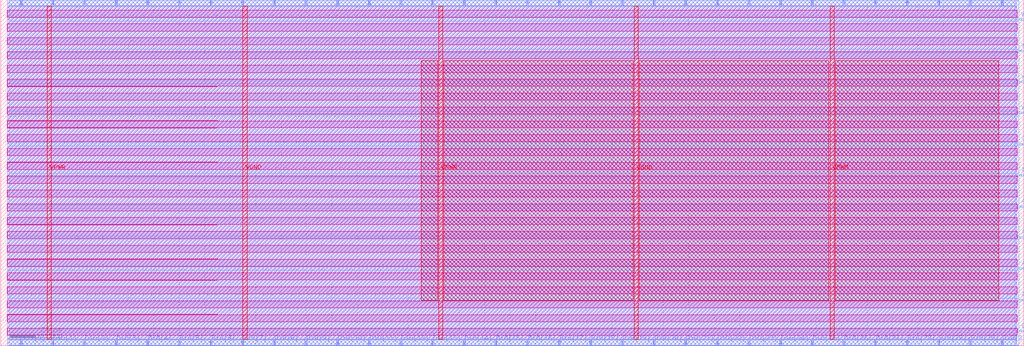
<source format=lef>
VERSION 5.7 ;
  NOWIREEXTENSIONATPIN ON ;
  DIVIDERCHAR "/" ;
  BUSBITCHARS "[]" ;
MACRO RAM32
  CLASS BLOCK ;
  FOREIGN RAM32 ;
  ORIGIN 0.000 0.000 ;
  SIZE 401.580 BY 136.000 ;
  PIN A0[0]
    DIRECTION INPUT ;
    USE SIGNAL ;
    ANTENNAGATEAREA 0.213000 ;
    PORT
      LAYER met3 ;
        RECT 399.580 17.720 401.580 18.320 ;
    END
  END A0[0]
  PIN A0[1]
    DIRECTION INPUT ;
    USE SIGNAL ;
    ANTENNAGATEAREA 0.213000 ;
    PORT
      LAYER met3 ;
        RECT 399.580 29.960 401.580 30.560 ;
    END
  END A0[1]
  PIN A0[2]
    DIRECTION INPUT ;
    USE SIGNAL ;
    ANTENNAGATEAREA 0.213000 ;
    PORT
      LAYER met3 ;
        RECT 399.580 42.200 401.580 42.800 ;
    END
  END A0[2]
  PIN A0[3]
    DIRECTION INPUT ;
    USE SIGNAL ;
    ANTENNAGATEAREA 0.213000 ;
    PORT
      LAYER met3 ;
        RECT 399.580 54.440 401.580 55.040 ;
    END
  END A0[3]
  PIN A0[4]
    DIRECTION INPUT ;
    USE SIGNAL ;
    ANTENNAGATEAREA 0.213000 ;
    PORT
      LAYER met3 ;
        RECT 399.580 66.680 401.580 67.280 ;
    END
  END A0[4]
  PIN CLK
    DIRECTION INPUT ;
    USE SIGNAL ;
    ANTENNAGATEAREA 0.426000 ;
    ANTENNADIFFAREA 0.869400 ;
    PORT
      LAYER met3 ;
        RECT 399.580 78.920 401.580 79.520 ;
    END
  END CLK
  PIN Di0[0]
    DIRECTION INPUT ;
    USE SIGNAL ;
    ANTENNAGATEAREA 0.852000 ;
    PORT
      LAYER met2 ;
        RECT 7.910 0.000 8.190 2.000 ;
    END
  END Di0[0]
  PIN Di0[10]
    DIRECTION INPUT ;
    USE SIGNAL ;
    ANTENNAGATEAREA 0.852000 ;
    PORT
      LAYER met2 ;
        RECT 132.110 0.000 132.390 2.000 ;
    END
  END Di0[10]
  PIN Di0[11]
    DIRECTION INPUT ;
    USE SIGNAL ;
    ANTENNAGATEAREA 0.852000 ;
    PORT
      LAYER met2 ;
        RECT 144.530 0.000 144.810 2.000 ;
    END
  END Di0[11]
  PIN Di0[12]
    DIRECTION INPUT ;
    USE SIGNAL ;
    ANTENNAGATEAREA 0.852000 ;
    PORT
      LAYER met2 ;
        RECT 156.950 0.000 157.230 2.000 ;
    END
  END Di0[12]
  PIN Di0[13]
    DIRECTION INPUT ;
    USE SIGNAL ;
    ANTENNAGATEAREA 0.852000 ;
    PORT
      LAYER met2 ;
        RECT 169.370 0.000 169.650 2.000 ;
    END
  END Di0[13]
  PIN Di0[14]
    DIRECTION INPUT ;
    USE SIGNAL ;
    ANTENNAGATEAREA 0.852000 ;
    PORT
      LAYER met2 ;
        RECT 181.790 0.000 182.070 2.000 ;
    END
  END Di0[14]
  PIN Di0[15]
    DIRECTION INPUT ;
    USE SIGNAL ;
    ANTENNAGATEAREA 0.852000 ;
    PORT
      LAYER met2 ;
        RECT 194.210 0.000 194.490 2.000 ;
    END
  END Di0[15]
  PIN Di0[16]
    DIRECTION INPUT ;
    USE SIGNAL ;
    ANTENNAGATEAREA 0.852000 ;
    PORT
      LAYER met2 ;
        RECT 206.630 0.000 206.910 2.000 ;
    END
  END Di0[16]
  PIN Di0[17]
    DIRECTION INPUT ;
    USE SIGNAL ;
    ANTENNAGATEAREA 0.852000 ;
    PORT
      LAYER met2 ;
        RECT 219.050 0.000 219.330 2.000 ;
    END
  END Di0[17]
  PIN Di0[18]
    DIRECTION INPUT ;
    USE SIGNAL ;
    ANTENNAGATEAREA 0.852000 ;
    PORT
      LAYER met2 ;
        RECT 231.470 0.000 231.750 2.000 ;
    END
  END Di0[18]
  PIN Di0[19]
    DIRECTION INPUT ;
    USE SIGNAL ;
    ANTENNAGATEAREA 0.852000 ;
    PORT
      LAYER met2 ;
        RECT 243.890 0.000 244.170 2.000 ;
    END
  END Di0[19]
  PIN Di0[1]
    DIRECTION INPUT ;
    USE SIGNAL ;
    ANTENNAGATEAREA 0.852000 ;
    PORT
      LAYER met2 ;
        RECT 20.330 0.000 20.610 2.000 ;
    END
  END Di0[1]
  PIN Di0[20]
    DIRECTION INPUT ;
    USE SIGNAL ;
    ANTENNAGATEAREA 0.852000 ;
    PORT
      LAYER met2 ;
        RECT 256.310 0.000 256.590 2.000 ;
    END
  END Di0[20]
  PIN Di0[21]
    DIRECTION INPUT ;
    USE SIGNAL ;
    ANTENNAGATEAREA 0.852000 ;
    PORT
      LAYER met2 ;
        RECT 268.730 0.000 269.010 2.000 ;
    END
  END Di0[21]
  PIN Di0[22]
    DIRECTION INPUT ;
    USE SIGNAL ;
    ANTENNAGATEAREA 0.852000 ;
    PORT
      LAYER met2 ;
        RECT 281.150 0.000 281.430 2.000 ;
    END
  END Di0[22]
  PIN Di0[23]
    DIRECTION INPUT ;
    USE SIGNAL ;
    ANTENNAGATEAREA 0.852000 ;
    PORT
      LAYER met2 ;
        RECT 293.570 0.000 293.850 2.000 ;
    END
  END Di0[23]
  PIN Di0[24]
    DIRECTION INPUT ;
    USE SIGNAL ;
    ANTENNAGATEAREA 0.852000 ;
    PORT
      LAYER met2 ;
        RECT 305.990 0.000 306.270 2.000 ;
    END
  END Di0[24]
  PIN Di0[25]
    DIRECTION INPUT ;
    USE SIGNAL ;
    ANTENNAGATEAREA 0.852000 ;
    PORT
      LAYER met2 ;
        RECT 318.410 0.000 318.690 2.000 ;
    END
  END Di0[25]
  PIN Di0[26]
    DIRECTION INPUT ;
    USE SIGNAL ;
    ANTENNAGATEAREA 0.852000 ;
    PORT
      LAYER met2 ;
        RECT 330.830 0.000 331.110 2.000 ;
    END
  END Di0[26]
  PIN Di0[27]
    DIRECTION INPUT ;
    USE SIGNAL ;
    ANTENNAGATEAREA 0.852000 ;
    PORT
      LAYER met2 ;
        RECT 343.250 0.000 343.530 2.000 ;
    END
  END Di0[27]
  PIN Di0[28]
    DIRECTION INPUT ;
    USE SIGNAL ;
    ANTENNAGATEAREA 0.852000 ;
    PORT
      LAYER met2 ;
        RECT 355.670 0.000 355.950 2.000 ;
    END
  END Di0[28]
  PIN Di0[29]
    DIRECTION INPUT ;
    USE SIGNAL ;
    ANTENNAGATEAREA 0.852000 ;
    PORT
      LAYER met2 ;
        RECT 368.090 0.000 368.370 2.000 ;
    END
  END Di0[29]
  PIN Di0[2]
    DIRECTION INPUT ;
    USE SIGNAL ;
    ANTENNAGATEAREA 0.852000 ;
    PORT
      LAYER met2 ;
        RECT 32.750 0.000 33.030 2.000 ;
    END
  END Di0[2]
  PIN Di0[30]
    DIRECTION INPUT ;
    USE SIGNAL ;
    ANTENNAGATEAREA 0.852000 ;
    PORT
      LAYER met2 ;
        RECT 380.510 0.000 380.790 2.000 ;
    END
  END Di0[30]
  PIN Di0[31]
    DIRECTION INPUT ;
    USE SIGNAL ;
    ANTENNAGATEAREA 0.852000 ;
    PORT
      LAYER met2 ;
        RECT 392.930 0.000 393.210 2.000 ;
    END
  END Di0[31]
  PIN Di0[3]
    DIRECTION INPUT ;
    USE SIGNAL ;
    ANTENNAGATEAREA 0.852000 ;
    PORT
      LAYER met2 ;
        RECT 45.170 0.000 45.450 2.000 ;
    END
  END Di0[3]
  PIN Di0[4]
    DIRECTION INPUT ;
    USE SIGNAL ;
    ANTENNAGATEAREA 0.852000 ;
    PORT
      LAYER met2 ;
        RECT 57.590 0.000 57.870 2.000 ;
    END
  END Di0[4]
  PIN Di0[5]
    DIRECTION INPUT ;
    USE SIGNAL ;
    ANTENNAGATEAREA 0.852000 ;
    PORT
      LAYER met2 ;
        RECT 70.010 0.000 70.290 2.000 ;
    END
  END Di0[5]
  PIN Di0[6]
    DIRECTION INPUT ;
    USE SIGNAL ;
    ANTENNAGATEAREA 0.852000 ;
    PORT
      LAYER met2 ;
        RECT 82.430 0.000 82.710 2.000 ;
    END
  END Di0[6]
  PIN Di0[7]
    DIRECTION INPUT ;
    USE SIGNAL ;
    ANTENNAGATEAREA 0.852000 ;
    PORT
      LAYER met2 ;
        RECT 94.850 0.000 95.130 2.000 ;
    END
  END Di0[7]
  PIN Di0[8]
    DIRECTION INPUT ;
    USE SIGNAL ;
    ANTENNAGATEAREA 0.852000 ;
    PORT
      LAYER met2 ;
        RECT 107.270 0.000 107.550 2.000 ;
    END
  END Di0[8]
  PIN Di0[9]
    DIRECTION INPUT ;
    USE SIGNAL ;
    ANTENNAGATEAREA 0.852000 ;
    PORT
      LAYER met2 ;
        RECT 119.690 0.000 119.970 2.000 ;
    END
  END Di0[9]
  PIN Do0[0]
    DIRECTION OUTPUT TRISTATE ;
    USE SIGNAL ;
    ANTENNADIFFAREA 0.429000 ;
    PORT
      LAYER met2 ;
        RECT 7.910 134.000 8.190 136.000 ;
    END
  END Do0[0]
  PIN Do0[10]
    DIRECTION OUTPUT TRISTATE ;
    USE SIGNAL ;
    ANTENNADIFFAREA 0.429000 ;
    PORT
      LAYER met2 ;
        RECT 132.110 134.000 132.390 136.000 ;
    END
  END Do0[10]
  PIN Do0[11]
    DIRECTION OUTPUT TRISTATE ;
    USE SIGNAL ;
    ANTENNADIFFAREA 0.429000 ;
    PORT
      LAYER met2 ;
        RECT 144.530 134.000 144.810 136.000 ;
    END
  END Do0[11]
  PIN Do0[12]
    DIRECTION OUTPUT TRISTATE ;
    USE SIGNAL ;
    ANTENNADIFFAREA 0.429000 ;
    PORT
      LAYER met2 ;
        RECT 156.950 134.000 157.230 136.000 ;
    END
  END Do0[12]
  PIN Do0[13]
    DIRECTION OUTPUT TRISTATE ;
    USE SIGNAL ;
    ANTENNADIFFAREA 0.429000 ;
    PORT
      LAYER met2 ;
        RECT 169.370 134.000 169.650 136.000 ;
    END
  END Do0[13]
  PIN Do0[14]
    DIRECTION OUTPUT TRISTATE ;
    USE SIGNAL ;
    ANTENNADIFFAREA 0.429000 ;
    PORT
      LAYER met2 ;
        RECT 181.790 134.000 182.070 136.000 ;
    END
  END Do0[14]
  PIN Do0[15]
    DIRECTION OUTPUT TRISTATE ;
    USE SIGNAL ;
    ANTENNADIFFAREA 0.429000 ;
    PORT
      LAYER met2 ;
        RECT 194.210 134.000 194.490 136.000 ;
    END
  END Do0[15]
  PIN Do0[16]
    DIRECTION OUTPUT TRISTATE ;
    USE SIGNAL ;
    ANTENNADIFFAREA 0.429000 ;
    PORT
      LAYER met2 ;
        RECT 206.630 134.000 206.910 136.000 ;
    END
  END Do0[16]
  PIN Do0[17]
    DIRECTION OUTPUT TRISTATE ;
    USE SIGNAL ;
    ANTENNADIFFAREA 0.429000 ;
    PORT
      LAYER met2 ;
        RECT 219.050 134.000 219.330 136.000 ;
    END
  END Do0[17]
  PIN Do0[18]
    DIRECTION OUTPUT TRISTATE ;
    USE SIGNAL ;
    ANTENNADIFFAREA 0.429000 ;
    PORT
      LAYER met2 ;
        RECT 231.470 134.000 231.750 136.000 ;
    END
  END Do0[18]
  PIN Do0[19]
    DIRECTION OUTPUT TRISTATE ;
    USE SIGNAL ;
    ANTENNADIFFAREA 0.429000 ;
    PORT
      LAYER met2 ;
        RECT 243.890 134.000 244.170 136.000 ;
    END
  END Do0[19]
  PIN Do0[1]
    DIRECTION OUTPUT TRISTATE ;
    USE SIGNAL ;
    ANTENNADIFFAREA 0.429000 ;
    PORT
      LAYER met2 ;
        RECT 20.330 134.000 20.610 136.000 ;
    END
  END Do0[1]
  PIN Do0[20]
    DIRECTION OUTPUT TRISTATE ;
    USE SIGNAL ;
    ANTENNADIFFAREA 0.429000 ;
    PORT
      LAYER met2 ;
        RECT 256.310 134.000 256.590 136.000 ;
    END
  END Do0[20]
  PIN Do0[21]
    DIRECTION OUTPUT TRISTATE ;
    USE SIGNAL ;
    ANTENNADIFFAREA 0.429000 ;
    PORT
      LAYER met2 ;
        RECT 268.730 134.000 269.010 136.000 ;
    END
  END Do0[21]
  PIN Do0[22]
    DIRECTION OUTPUT TRISTATE ;
    USE SIGNAL ;
    ANTENNADIFFAREA 0.429000 ;
    PORT
      LAYER met2 ;
        RECT 281.150 134.000 281.430 136.000 ;
    END
  END Do0[22]
  PIN Do0[23]
    DIRECTION OUTPUT TRISTATE ;
    USE SIGNAL ;
    ANTENNADIFFAREA 0.429000 ;
    PORT
      LAYER met2 ;
        RECT 293.570 134.000 293.850 136.000 ;
    END
  END Do0[23]
  PIN Do0[24]
    DIRECTION OUTPUT TRISTATE ;
    USE SIGNAL ;
    ANTENNADIFFAREA 0.429000 ;
    PORT
      LAYER met2 ;
        RECT 305.990 134.000 306.270 136.000 ;
    END
  END Do0[24]
  PIN Do0[25]
    DIRECTION OUTPUT TRISTATE ;
    USE SIGNAL ;
    ANTENNADIFFAREA 0.429000 ;
    PORT
      LAYER met2 ;
        RECT 318.410 134.000 318.690 136.000 ;
    END
  END Do0[25]
  PIN Do0[26]
    DIRECTION OUTPUT TRISTATE ;
    USE SIGNAL ;
    ANTENNADIFFAREA 0.429000 ;
    PORT
      LAYER met2 ;
        RECT 330.830 134.000 331.110 136.000 ;
    END
  END Do0[26]
  PIN Do0[27]
    DIRECTION OUTPUT TRISTATE ;
    USE SIGNAL ;
    ANTENNADIFFAREA 0.429000 ;
    PORT
      LAYER met2 ;
        RECT 343.250 134.000 343.530 136.000 ;
    END
  END Do0[27]
  PIN Do0[28]
    DIRECTION OUTPUT TRISTATE ;
    USE SIGNAL ;
    ANTENNADIFFAREA 0.429000 ;
    PORT
      LAYER met2 ;
        RECT 355.670 134.000 355.950 136.000 ;
    END
  END Do0[28]
  PIN Do0[29]
    DIRECTION OUTPUT TRISTATE ;
    USE SIGNAL ;
    ANTENNADIFFAREA 0.429000 ;
    PORT
      LAYER met2 ;
        RECT 368.090 134.000 368.370 136.000 ;
    END
  END Do0[29]
  PIN Do0[2]
    DIRECTION OUTPUT TRISTATE ;
    USE SIGNAL ;
    ANTENNADIFFAREA 0.429000 ;
    PORT
      LAYER met2 ;
        RECT 32.750 134.000 33.030 136.000 ;
    END
  END Do0[2]
  PIN Do0[30]
    DIRECTION OUTPUT TRISTATE ;
    USE SIGNAL ;
    ANTENNADIFFAREA 0.429000 ;
    PORT
      LAYER met2 ;
        RECT 380.510 134.000 380.790 136.000 ;
    END
  END Do0[30]
  PIN Do0[31]
    DIRECTION OUTPUT TRISTATE ;
    USE SIGNAL ;
    ANTENNADIFFAREA 0.429000 ;
    PORT
      LAYER met2 ;
        RECT 392.930 134.000 393.210 136.000 ;
    END
  END Do0[31]
  PIN Do0[3]
    DIRECTION OUTPUT TRISTATE ;
    USE SIGNAL ;
    ANTENNADIFFAREA 0.429000 ;
    PORT
      LAYER met2 ;
        RECT 45.170 134.000 45.450 136.000 ;
    END
  END Do0[3]
  PIN Do0[4]
    DIRECTION OUTPUT TRISTATE ;
    USE SIGNAL ;
    ANTENNADIFFAREA 0.429000 ;
    PORT
      LAYER met2 ;
        RECT 57.590 134.000 57.870 136.000 ;
    END
  END Do0[4]
  PIN Do0[5]
    DIRECTION OUTPUT TRISTATE ;
    USE SIGNAL ;
    ANTENNADIFFAREA 0.429000 ;
    PORT
      LAYER met2 ;
        RECT 70.010 134.000 70.290 136.000 ;
    END
  END Do0[5]
  PIN Do0[6]
    DIRECTION OUTPUT TRISTATE ;
    USE SIGNAL ;
    ANTENNADIFFAREA 0.429000 ;
    PORT
      LAYER met2 ;
        RECT 82.430 134.000 82.710 136.000 ;
    END
  END Do0[6]
  PIN Do0[7]
    DIRECTION OUTPUT TRISTATE ;
    USE SIGNAL ;
    ANTENNADIFFAREA 0.429000 ;
    PORT
      LAYER met2 ;
        RECT 94.850 134.000 95.130 136.000 ;
    END
  END Do0[7]
  PIN Do0[8]
    DIRECTION OUTPUT TRISTATE ;
    USE SIGNAL ;
    ANTENNADIFFAREA 0.429000 ;
    PORT
      LAYER met2 ;
        RECT 107.270 134.000 107.550 136.000 ;
    END
  END Do0[8]
  PIN Do0[9]
    DIRECTION OUTPUT TRISTATE ;
    USE SIGNAL ;
    ANTENNADIFFAREA 0.429000 ;
    PORT
      LAYER met2 ;
        RECT 119.690 134.000 119.970 136.000 ;
    END
  END Do0[9]
  PIN EN0
    DIRECTION INPUT ;
    USE SIGNAL ;
    ANTENNAGATEAREA 0.213000 ;
    PORT
      LAYER met3 ;
        RECT 399.580 5.480 401.580 6.080 ;
    END
  END EN0
  PIN VGND
    DIRECTION INOUT ;
    USE GROUND ;
    PORT
      LAYER met4 ;
        RECT 95.080 2.480 96.680 133.520 ;
    END
    PORT
      LAYER met4 ;
        RECT 248.680 2.480 250.280 133.520 ;
    END
  END VGND
  PIN VPWR
    DIRECTION INOUT ;
    USE POWER ;
    PORT
      LAYER met4 ;
        RECT 18.280 2.480 19.880 133.520 ;
    END
    PORT
      LAYER met4 ;
        RECT 171.880 2.480 173.480 133.520 ;
    END
    PORT
      LAYER met4 ;
        RECT 325.480 2.480 327.080 133.520 ;
    END
  END VPWR
  PIN WE0[0]
    DIRECTION INPUT ;
    USE SIGNAL ;
    ANTENNAGATEAREA 0.213000 ;
    PORT
      LAYER met3 ;
        RECT 399.580 91.160 401.580 91.760 ;
    END
  END WE0[0]
  PIN WE0[1]
    DIRECTION INPUT ;
    USE SIGNAL ;
    ANTENNAGATEAREA 0.213000 ;
    PORT
      LAYER met3 ;
        RECT 399.580 103.400 401.580 104.000 ;
    END
  END WE0[1]
  PIN WE0[2]
    DIRECTION INPUT ;
    USE SIGNAL ;
    ANTENNAGATEAREA 0.213000 ;
    PORT
      LAYER met3 ;
        RECT 399.580 115.640 401.580 116.240 ;
    END
  END WE0[2]
  PIN WE0[3]
    DIRECTION INPUT ;
    USE SIGNAL ;
    ANTENNAGATEAREA 0.213000 ;
    PORT
      LAYER met3 ;
        RECT 399.580 127.880 401.580 128.480 ;
    END
  END WE0[3]
  OBS
      LAYER nwell ;
        RECT 2.570 129.145 399.010 131.975 ;
        RECT 2.570 123.705 399.010 126.535 ;
        RECT 2.570 118.265 399.010 121.095 ;
        RECT 2.570 112.825 399.010 115.655 ;
        RECT 2.570 107.435 399.010 110.215 ;
        RECT 2.570 107.385 84.715 107.435 ;
        RECT 2.570 104.725 85.175 104.775 ;
        RECT 2.570 101.995 399.010 104.725 ;
        RECT 2.570 101.945 84.715 101.995 ;
        RECT 2.570 99.285 85.175 99.335 ;
        RECT 2.570 96.555 399.010 99.285 ;
        RECT 2.570 96.505 84.715 96.555 ;
        RECT 2.570 93.845 85.175 93.895 ;
        RECT 2.570 91.115 399.010 93.845 ;
        RECT 2.570 91.065 84.715 91.115 ;
        RECT 2.570 88.405 85.175 88.455 ;
        RECT 2.570 85.675 399.010 88.405 ;
        RECT 2.570 85.625 84.715 85.675 ;
        RECT 2.570 82.965 85.175 83.015 ;
        RECT 2.570 80.235 399.010 82.965 ;
        RECT 2.570 80.185 84.715 80.235 ;
        RECT 2.570 77.525 85.175 77.575 ;
        RECT 2.570 74.795 399.010 77.525 ;
        RECT 2.570 74.745 84.715 74.795 ;
        RECT 2.570 72.085 85.175 72.135 ;
        RECT 2.570 69.355 399.010 72.085 ;
        RECT 2.570 69.305 84.715 69.355 ;
        RECT 2.570 66.645 85.175 66.695 ;
        RECT 2.570 63.865 399.010 66.645 ;
        RECT 2.570 58.425 399.010 61.255 ;
        RECT 2.570 52.985 399.010 55.815 ;
        RECT 2.570 47.595 399.010 50.375 ;
        RECT 2.570 47.545 84.715 47.595 ;
        RECT 2.570 44.885 85.175 44.935 ;
        RECT 2.570 42.155 399.010 44.885 ;
        RECT 2.570 42.105 84.715 42.155 ;
        RECT 2.570 39.445 85.175 39.495 ;
        RECT 2.570 36.715 399.010 39.445 ;
        RECT 2.570 36.665 84.715 36.715 ;
        RECT 2.570 34.005 85.175 34.055 ;
        RECT 2.570 31.275 399.010 34.005 ;
        RECT 2.570 31.225 84.715 31.275 ;
        RECT 2.570 28.565 85.175 28.615 ;
        RECT 2.570 25.835 399.010 28.565 ;
        RECT 2.570 25.785 84.715 25.835 ;
        RECT 2.570 23.125 85.175 23.175 ;
        RECT 2.570 20.395 399.010 23.125 ;
        RECT 2.570 20.345 84.715 20.395 ;
        RECT 2.570 17.685 85.175 17.735 ;
        RECT 2.570 14.955 399.010 17.685 ;
        RECT 2.570 14.905 84.715 14.955 ;
        RECT 2.570 12.245 85.175 12.295 ;
        RECT 2.570 9.515 399.010 12.245 ;
        RECT 2.570 9.465 84.715 9.515 ;
        RECT 2.570 6.805 85.175 6.855 ;
        RECT 2.570 4.025 399.010 6.805 ;
      LAYER li1 ;
        RECT 2.760 2.635 398.820 133.365 ;
      LAYER met1 ;
        RECT 2.760 0.040 398.820 135.960 ;
      LAYER met2 ;
        RECT 3.310 133.720 7.630 135.990 ;
        RECT 8.470 133.720 20.050 135.990 ;
        RECT 20.890 133.720 32.470 135.990 ;
        RECT 33.310 133.720 44.890 135.990 ;
        RECT 45.730 133.720 57.310 135.990 ;
        RECT 58.150 133.720 69.730 135.990 ;
        RECT 70.570 133.720 82.150 135.990 ;
        RECT 82.990 133.720 94.570 135.990 ;
        RECT 95.410 133.720 106.990 135.990 ;
        RECT 107.830 133.720 119.410 135.990 ;
        RECT 120.250 133.720 131.830 135.990 ;
        RECT 132.670 133.720 144.250 135.990 ;
        RECT 145.090 133.720 156.670 135.990 ;
        RECT 157.510 133.720 169.090 135.990 ;
        RECT 169.930 133.720 181.510 135.990 ;
        RECT 182.350 133.720 193.930 135.990 ;
        RECT 194.770 133.720 206.350 135.990 ;
        RECT 207.190 133.720 218.770 135.990 ;
        RECT 219.610 133.720 231.190 135.990 ;
        RECT 232.030 133.720 243.610 135.990 ;
        RECT 244.450 133.720 256.030 135.990 ;
        RECT 256.870 133.720 268.450 135.990 ;
        RECT 269.290 133.720 280.870 135.990 ;
        RECT 281.710 133.720 293.290 135.990 ;
        RECT 294.130 133.720 305.710 135.990 ;
        RECT 306.550 133.720 318.130 135.990 ;
        RECT 318.970 133.720 330.550 135.990 ;
        RECT 331.390 133.720 342.970 135.990 ;
        RECT 343.810 133.720 355.390 135.990 ;
        RECT 356.230 133.720 367.810 135.990 ;
        RECT 368.650 133.720 380.230 135.990 ;
        RECT 381.070 133.720 392.650 135.990 ;
        RECT 393.490 133.720 398.270 135.990 ;
        RECT 3.310 2.280 398.270 133.720 ;
        RECT 3.310 0.010 7.630 2.280 ;
        RECT 8.470 0.010 20.050 2.280 ;
        RECT 20.890 0.010 32.470 2.280 ;
        RECT 33.310 0.010 44.890 2.280 ;
        RECT 45.730 0.010 57.310 2.280 ;
        RECT 58.150 0.010 69.730 2.280 ;
        RECT 70.570 0.010 82.150 2.280 ;
        RECT 82.990 0.010 94.570 2.280 ;
        RECT 95.410 0.010 106.990 2.280 ;
        RECT 107.830 0.010 119.410 2.280 ;
        RECT 120.250 0.010 131.830 2.280 ;
        RECT 132.670 0.010 144.250 2.280 ;
        RECT 145.090 0.010 156.670 2.280 ;
        RECT 157.510 0.010 169.090 2.280 ;
        RECT 169.930 0.010 181.510 2.280 ;
        RECT 182.350 0.010 193.930 2.280 ;
        RECT 194.770 0.010 206.350 2.280 ;
        RECT 207.190 0.010 218.770 2.280 ;
        RECT 219.610 0.010 231.190 2.280 ;
        RECT 232.030 0.010 243.610 2.280 ;
        RECT 244.450 0.010 256.030 2.280 ;
        RECT 256.870 0.010 268.450 2.280 ;
        RECT 269.290 0.010 280.870 2.280 ;
        RECT 281.710 0.010 293.290 2.280 ;
        RECT 294.130 0.010 305.710 2.280 ;
        RECT 306.550 0.010 318.130 2.280 ;
        RECT 318.970 0.010 330.550 2.280 ;
        RECT 331.390 0.010 342.970 2.280 ;
        RECT 343.810 0.010 355.390 2.280 ;
        RECT 356.230 0.010 367.810 2.280 ;
        RECT 368.650 0.010 380.230 2.280 ;
        RECT 381.070 0.010 392.650 2.280 ;
        RECT 393.490 0.010 398.270 2.280 ;
      LAYER met3 ;
        RECT 3.285 128.880 399.580 135.825 ;
        RECT 3.285 127.480 399.180 128.880 ;
        RECT 3.285 116.640 399.580 127.480 ;
        RECT 3.285 115.240 399.180 116.640 ;
        RECT 3.285 104.400 399.580 115.240 ;
        RECT 3.285 103.000 399.180 104.400 ;
        RECT 3.285 92.160 399.580 103.000 ;
        RECT 3.285 90.760 399.180 92.160 ;
        RECT 3.285 79.920 399.580 90.760 ;
        RECT 3.285 78.520 399.180 79.920 ;
        RECT 3.285 67.680 399.580 78.520 ;
        RECT 3.285 66.280 399.180 67.680 ;
        RECT 3.285 55.440 399.580 66.280 ;
        RECT 3.285 54.040 399.180 55.440 ;
        RECT 3.285 43.200 399.580 54.040 ;
        RECT 3.285 41.800 399.180 43.200 ;
        RECT 3.285 30.960 399.580 41.800 ;
        RECT 3.285 29.560 399.180 30.960 ;
        RECT 3.285 18.720 399.580 29.560 ;
        RECT 3.285 17.320 399.180 18.720 ;
        RECT 3.285 6.480 399.580 17.320 ;
        RECT 3.285 5.080 399.180 6.480 ;
        RECT 3.285 0.175 399.580 5.080 ;
      LAYER met4 ;
        RECT 164.975 17.855 171.480 112.025 ;
        RECT 173.880 17.855 248.280 112.025 ;
        RECT 250.680 17.855 325.080 112.025 ;
        RECT 327.480 17.855 391.625 112.025 ;
  END
END RAM32
END LIBRARY


</source>
